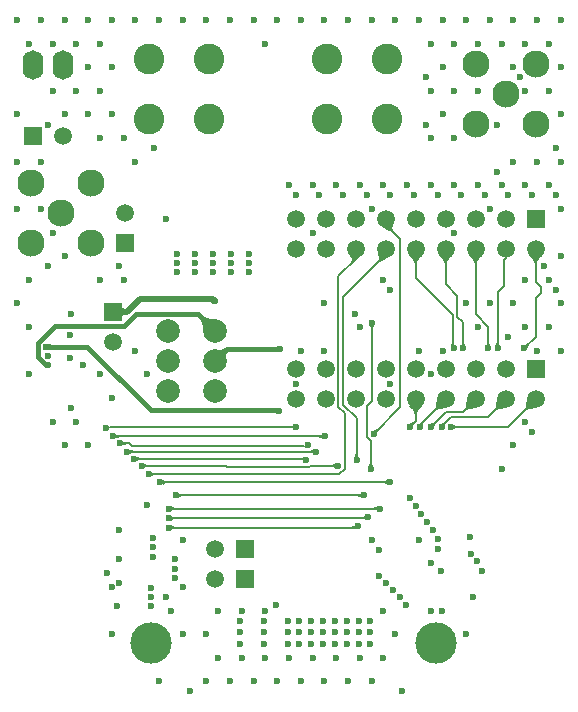
<source format=gbl>
G04*
G04 #@! TF.GenerationSoftware,Altium Limited,Altium Designer,25.0.2 (28)*
G04*
G04 Layer_Physical_Order=6*
G04 Layer_Color=16711680*
%FSLAX44Y44*%
%MOMM*%
G71*
G04*
G04 #@! TF.SameCoordinates,9294F1C2-9D63-464E-A418-A043A43F256C*
G04*
G04*
G04 #@! TF.FilePolarity,Positive*
G04*
G01*
G75*
%ADD10C,0.2000*%
%ADD22C,3.5000*%
%ADD23C,2.6000*%
%ADD24C,2.3000*%
%ADD25C,1.5200*%
%ADD26R,1.5200X1.5200*%
%ADD27C,2.0000*%
%ADD28R,1.5200X1.5200*%
%ADD29O,1.7500X2.5000*%
%ADD30C,0.6000*%
%ADD35C,0.5000*%
%ADD36C,0.4000*%
G36*
X351157Y395676D02*
X350836Y394860D01*
X350603Y394090D01*
X350457Y393365D01*
X350400Y392687D01*
X350431Y392054D01*
X350549Y391467D01*
X350756Y390926D01*
X351050Y390431D01*
X351432Y389982D01*
X349302Y389284D01*
X349131Y389417D01*
X348826Y389605D01*
X347821Y390146D01*
X341628Y393094D01*
X351566Y396538D01*
X351157Y395676D01*
D02*
G37*
G36*
X444757Y367180D02*
X447085Y367031D01*
X445916Y365601D01*
X444501Y367016D01*
X444537Y367050D01*
X444629Y367129D01*
X444656Y367147D01*
X444680Y367161D01*
X444703Y367172D01*
X444723Y367178D01*
X444741Y367181D01*
X444757Y367180D01*
D02*
G37*
G36*
X347793Y367614D02*
X339963Y363949D01*
X337906Y364720D01*
X338285Y365167D01*
X338580Y365662D01*
X338790Y366208D01*
X338916Y366804D01*
X338957Y367449D01*
X338914Y368144D01*
X338787Y368888D01*
X338575Y369682D01*
X338278Y370526D01*
X337897Y371419D01*
X347793Y367614D01*
D02*
G37*
G36*
X324049Y368587D02*
X317189Y363075D01*
X315133Y363847D01*
X315537Y364311D01*
X315833Y364785D01*
X316021Y365271D01*
X316101Y365766D01*
X316072Y366272D01*
X315935Y366789D01*
X315689Y367317D01*
X315335Y367855D01*
X314873Y368403D01*
X314303Y368963D01*
X324049Y368587D01*
D02*
G37*
G36*
X476975Y369034D02*
X476144Y368237D01*
X474744Y366736D01*
X474175Y366033D01*
X473694Y365362D01*
X473300Y364723D01*
X472994Y364115D01*
X472775Y363539D01*
X472644Y362995D01*
X472600Y362482D01*
X470600Y362535D01*
X470557Y363031D01*
X470430Y363567D01*
X470216Y364144D01*
X469918Y364761D01*
X469535Y365418D01*
X469066Y366117D01*
X467873Y367635D01*
X467149Y368454D01*
X466339Y369314D01*
X476975Y369034D01*
D02*
G37*
G36*
X426175D02*
X425344Y368237D01*
X423944Y366736D01*
X423375Y366033D01*
X422894Y365362D01*
X422500Y364723D01*
X422194Y364115D01*
X421975Y363539D01*
X421844Y362995D01*
X421800Y362482D01*
X419800Y362535D01*
X419757Y363031D01*
X419630Y363567D01*
X419417Y364144D01*
X419118Y364761D01*
X418735Y365418D01*
X418266Y366117D01*
X417073Y367635D01*
X416349Y368454D01*
X415539Y369314D01*
X426175Y369034D01*
D02*
G37*
G36*
X400775D02*
X399944Y368237D01*
X398544Y366736D01*
X397975Y366033D01*
X397494Y365362D01*
X397100Y364723D01*
X396794Y364115D01*
X396575Y363539D01*
X396444Y362995D01*
X396400Y362482D01*
X394400Y362535D01*
X394357Y363031D01*
X394230Y363567D01*
X394016Y364144D01*
X393718Y364761D01*
X393335Y365418D01*
X392866Y366117D01*
X391673Y367635D01*
X390949Y368454D01*
X390139Y369314D01*
X400775Y369034D01*
D02*
G37*
G36*
X375375D02*
X374544Y368237D01*
X373144Y366736D01*
X372575Y366033D01*
X372094Y365362D01*
X371700Y364723D01*
X371394Y364115D01*
X371175Y363539D01*
X371044Y362995D01*
X371000Y362482D01*
X369000Y362535D01*
X368957Y363031D01*
X368830Y363567D01*
X368616Y364144D01*
X368318Y364761D01*
X367935Y365418D01*
X367466Y366117D01*
X366273Y367635D01*
X365549Y368454D01*
X364739Y369314D01*
X375375Y369034D01*
D02*
G37*
G36*
X121455Y325609D02*
X121594Y325251D01*
X121826Y324936D01*
X122150Y324663D01*
X122567Y324432D01*
X123076Y324243D01*
X123679Y324096D01*
X124373Y323991D01*
X125161Y323927D01*
X126041Y323907D01*
Y318906D01*
X125161Y318885D01*
X124373Y318822D01*
X123679Y318717D01*
X123076Y318570D01*
X122567Y318381D01*
X122150Y318150D01*
X121826Y317877D01*
X121594Y317561D01*
X121455Y317204D01*
X121409Y316805D01*
Y326008D01*
X121455Y325609D01*
D02*
G37*
G36*
X334891Y309639D02*
X334704Y309413D01*
X334539Y309181D01*
X334396Y308942D01*
X334275Y308697D01*
X334176Y308445D01*
X334099Y308187D01*
X334044Y307922D01*
X334011Y307650D01*
X334000Y307372D01*
X332000D01*
X331989Y307650D01*
X331956Y307922D01*
X331901Y308187D01*
X331824Y308445D01*
X331725Y308697D01*
X331604Y308942D01*
X331461Y309181D01*
X331296Y309413D01*
X331109Y309639D01*
X330900Y309858D01*
X335100D01*
X334891Y309639D01*
D02*
G37*
G36*
X190818Y317481D02*
X191479Y317032D01*
X192228Y316637D01*
X193063Y316297D01*
X193985Y316011D01*
X194994Y315780D01*
X196091Y315603D01*
X197273Y315480D01*
X199900Y315399D01*
X190000Y305500D01*
X189987Y306857D01*
X189797Y309310D01*
X189620Y310406D01*
X189389Y311415D01*
X189103Y312337D01*
X188763Y313172D01*
X188368Y313921D01*
X187919Y314582D01*
X187415Y315157D01*
X190243Y317985D01*
X190818Y317481D01*
D02*
G37*
G36*
X440411Y294938D02*
X440444Y294667D01*
X440499Y294402D01*
X440576Y294143D01*
X440675Y293891D01*
X440796Y293646D01*
X440939Y293407D01*
X441104Y293175D01*
X441291Y292950D01*
X441500Y292731D01*
X437300D01*
X437509Y292950D01*
X437696Y293175D01*
X437861Y293407D01*
X438004Y293646D01*
X438125Y293891D01*
X438224Y294143D01*
X438301Y294402D01*
X438356Y294667D01*
X438389Y294938D01*
X438400Y295217D01*
X440400D01*
X440411Y294938D01*
D02*
G37*
G36*
X432411D02*
X432444Y294667D01*
X432499Y294402D01*
X432576Y294143D01*
X432675Y293891D01*
X432796Y293646D01*
X432939Y293407D01*
X433104Y293175D01*
X433291Y292950D01*
X433500Y292731D01*
X429300D01*
X429509Y292950D01*
X429696Y293175D01*
X429861Y293407D01*
X430004Y293646D01*
X430125Y293891D01*
X430224Y294143D01*
X430301Y294402D01*
X430356Y294667D01*
X430389Y294938D01*
X430400Y295217D01*
X432400D01*
X432411Y294938D01*
D02*
G37*
G36*
X411211D02*
X411244Y294667D01*
X411299Y294402D01*
X411376Y294143D01*
X411475Y293891D01*
X411596Y293646D01*
X411739Y293407D01*
X411904Y293175D01*
X412091Y292950D01*
X412300Y292731D01*
X408100D01*
X408309Y292950D01*
X408496Y293175D01*
X408661Y293407D01*
X408804Y293646D01*
X408925Y293891D01*
X409024Y294143D01*
X409101Y294402D01*
X409156Y294667D01*
X409189Y294938D01*
X409200Y295217D01*
X411200D01*
X411211Y294938D01*
D02*
G37*
G36*
X402447Y295092D02*
X402485Y294820D01*
X402547Y294564D01*
X402635Y294323D01*
X402747Y294097D01*
X402884Y293886D01*
X403047Y293691D01*
X403234Y293510D01*
X403447Y293345D01*
X403684Y293195D01*
X399623Y292124D01*
X399777Y292396D01*
X400037Y292938D01*
X400142Y293208D01*
X400232Y293477D01*
X400305Y293746D01*
X400362Y294014D01*
X400402Y294281D01*
X400426Y294548D01*
X400435Y294814D01*
X402435Y295379D01*
X402447Y295092D01*
D02*
G37*
G36*
X466133Y293154D02*
X465945Y292949D01*
X465776Y292734D01*
X465627Y292507D01*
X465499Y292270D01*
X465391Y292022D01*
X465303Y291763D01*
X465235Y291493D01*
X465188Y291213D01*
X465160Y290921D01*
X465153Y290618D01*
X462184Y293588D01*
X462486Y293595D01*
X462778Y293622D01*
X463059Y293670D01*
X463329Y293737D01*
X463588Y293825D01*
X463836Y293933D01*
X464073Y294062D01*
X464299Y294210D01*
X464515Y294379D01*
X464719Y294568D01*
X466133Y293154D01*
D02*
G37*
G36*
X59179Y294081D02*
X59250Y294064D01*
X59354Y294049D01*
X59665Y294025D01*
X60694Y294001D01*
X61036Y294000D01*
Y290000D01*
X59142Y289900D01*
Y294100D01*
X59179Y294081D01*
D02*
G37*
G36*
X211414Y288586D02*
X210910Y288041D01*
X210477Y287488D01*
X210116Y286927D01*
X209827Y286358D01*
X209611Y285781D01*
X209466Y285196D01*
X209393Y284602D01*
X209393Y284001D01*
X209464Y283391D01*
X209608Y282773D01*
X202773Y289608D01*
X203391Y289464D01*
X204001Y289393D01*
X204602Y289393D01*
X205196Y289466D01*
X205781Y289611D01*
X206358Y289827D01*
X206927Y290116D01*
X207488Y290477D01*
X208041Y290910D01*
X208586Y291414D01*
X211414Y288586D01*
D02*
G37*
G36*
X471524Y239700D02*
X470358Y239695D01*
X467378Y239464D01*
X466557Y239316D01*
X465824Y239132D01*
X465177Y238913D01*
X464616Y238658D01*
X464143Y238367D01*
X463755Y238041D01*
X462341Y239455D01*
X462667Y239843D01*
X462958Y240316D01*
X463213Y240877D01*
X463432Y241524D01*
X463616Y242257D01*
X463764Y243078D01*
X463876Y243984D01*
X463995Y246057D01*
X464000Y247224D01*
X471524Y239700D01*
D02*
G37*
G36*
X446124D02*
X444958Y239695D01*
X441978Y239464D01*
X441157Y239316D01*
X440424Y239132D01*
X439777Y238913D01*
X439216Y238658D01*
X438743Y238367D01*
X438355Y238041D01*
X436941Y239455D01*
X437267Y239843D01*
X437558Y240316D01*
X437813Y240877D01*
X438032Y241524D01*
X438216Y242257D01*
X438364Y243078D01*
X438476Y243984D01*
X438595Y246057D01*
X438600Y247224D01*
X446124Y239700D01*
D02*
G37*
G36*
X420724D02*
X419557Y239695D01*
X416578Y239464D01*
X415757Y239316D01*
X415024Y239132D01*
X414377Y238913D01*
X413816Y238658D01*
X413343Y238367D01*
X412955Y238041D01*
X411541Y239455D01*
X411867Y239843D01*
X412158Y240316D01*
X412413Y240877D01*
X412632Y241524D01*
X412816Y242257D01*
X412964Y243078D01*
X413077Y243984D01*
X413195Y246057D01*
X413200Y247224D01*
X420724Y239700D01*
D02*
G37*
G36*
X395324D02*
X394157Y239695D01*
X391178Y239464D01*
X390357Y239316D01*
X389624Y239132D01*
X388977Y238913D01*
X388416Y238658D01*
X387943Y238367D01*
X387555Y238041D01*
X386141Y239455D01*
X386467Y239843D01*
X386758Y240316D01*
X387013Y240877D01*
X387232Y241524D01*
X387416Y242257D01*
X387564Y243078D01*
X387677Y243984D01*
X387795Y246057D01*
X387800Y247224D01*
X395324Y239700D01*
D02*
G37*
G36*
X374499Y241044D02*
X372555Y238773D01*
X372080Y238089D01*
X371691Y237440D01*
X371389Y236828D01*
X371173Y236251D01*
X371043Y235711D01*
X371000Y235206D01*
X369000D01*
X368957Y235711D01*
X368827Y236251D01*
X368611Y236828D01*
X368309Y237440D01*
X367920Y238089D01*
X367445Y238773D01*
X366883Y239494D01*
X365501Y241044D01*
X364680Y241873D01*
X375320D01*
X374499Y241044D01*
D02*
G37*
G36*
X377137Y227623D02*
X376939Y227407D01*
X376775Y227189D01*
X376644Y226969D01*
X376547Y226747D01*
X376483Y226523D01*
X376453Y226297D01*
X376457Y226068D01*
X376494Y225838D01*
X376565Y225605D01*
X376669Y225370D01*
X372745Y226725D01*
X372995Y226848D01*
X373512Y227153D01*
X373780Y227334D01*
X374333Y227754D01*
X374911Y228252D01*
X375512Y228827D01*
X377137Y227623D01*
D02*
G37*
G36*
X395807Y226878D02*
X395616Y226670D01*
X395448Y226453D01*
X395305Y226226D01*
X395186Y225989D01*
X395091Y225744D01*
X395020Y225488D01*
X394973Y225224D01*
X394950Y224949D01*
X394952Y224666D01*
X394977Y224373D01*
X391687Y226984D01*
X391993Y227024D01*
X392288Y227082D01*
X392570Y227155D01*
X392841Y227244D01*
X393101Y227350D01*
X393348Y227471D01*
X393584Y227609D01*
X393808Y227763D01*
X394020Y227933D01*
X394220Y228119D01*
X395807Y226878D01*
D02*
G37*
G36*
X386980Y226566D02*
X386791Y226361D01*
X386622Y226146D01*
X386474Y225919D01*
X386345Y225682D01*
X386237Y225434D01*
X386149Y225175D01*
X386082Y224905D01*
X386034Y224624D01*
X386007Y224333D01*
X386000Y224030D01*
X383030Y227000D01*
X383333Y227007D01*
X383624Y227034D01*
X383905Y227082D01*
X384175Y227149D01*
X384434Y227237D01*
X384682Y227345D01*
X384919Y227474D01*
X385146Y227622D01*
X385361Y227791D01*
X385566Y227980D01*
X386980Y226566D01*
D02*
G37*
G36*
X368980D02*
X368791Y226361D01*
X368622Y226146D01*
X368474Y225919D01*
X368345Y225682D01*
X368237Y225434D01*
X368149Y225175D01*
X368082Y224905D01*
X368034Y224624D01*
X368007Y224333D01*
X368000Y224030D01*
X365030Y227000D01*
X365333Y227007D01*
X365624Y227034D01*
X365905Y227082D01*
X366175Y227149D01*
X366434Y227237D01*
X366682Y227345D01*
X366919Y227474D01*
X367146Y227622D01*
X367361Y227791D01*
X367566Y227980D01*
X368980Y226566D01*
D02*
G37*
G36*
X402361Y225891D02*
X402587Y225704D01*
X402819Y225539D01*
X403058Y225396D01*
X403303Y225275D01*
X403555Y225176D01*
X403813Y225099D01*
X404078Y225044D01*
X404350Y225011D01*
X404628Y225000D01*
Y223000D01*
X404350Y222989D01*
X404078Y222956D01*
X403813Y222901D01*
X403555Y222824D01*
X403303Y222725D01*
X403058Y222604D01*
X402819Y222461D01*
X402587Y222296D01*
X402361Y222109D01*
X402142Y221900D01*
Y226100D01*
X402361Y225891D01*
D02*
G37*
G36*
X338470Y220566D02*
X338282Y220361D01*
X338113Y220146D01*
X337964Y219919D01*
X337836Y219682D01*
X337728Y219434D01*
X337640Y219175D01*
X337572Y218905D01*
X337525Y218624D01*
X337497Y218333D01*
X337491Y218030D01*
X334521Y221000D01*
X334823Y221007D01*
X335115Y221034D01*
X335396Y221082D01*
X335666Y221149D01*
X335925Y221237D01*
X336173Y221345D01*
X336410Y221474D01*
X336636Y221622D01*
X336852Y221791D01*
X337056Y221980D01*
X338470Y220566D01*
D02*
G37*
G36*
X290858Y213900D02*
X290639Y214109D01*
X290413Y214296D01*
X290181Y214461D01*
X289942Y214604D01*
X289697Y214725D01*
X289445Y214824D01*
X289187Y214901D01*
X288922Y214956D01*
X288650Y214989D01*
X288372Y215000D01*
Y217000D01*
X288650Y217011D01*
X288922Y217044D01*
X289187Y217099D01*
X289445Y217176D01*
X289697Y217275D01*
X289942Y217396D01*
X290181Y217539D01*
X290413Y217704D01*
X290639Y217891D01*
X290858Y218100D01*
Y213900D01*
D02*
G37*
G36*
X116361Y217891D02*
X116587Y217704D01*
X116819Y217539D01*
X117058Y217396D01*
X117303Y217275D01*
X117555Y217176D01*
X117813Y217099D01*
X118078Y217044D01*
X118350Y217011D01*
X118628Y217000D01*
Y215000D01*
X118350Y214989D01*
X118078Y214956D01*
X117813Y214901D01*
X117555Y214824D01*
X117303Y214725D01*
X117058Y214604D01*
X116819Y214461D01*
X116587Y214296D01*
X116361Y214109D01*
X116142Y213900D01*
Y218100D01*
X116361Y217891D01*
D02*
G37*
G36*
X122361Y211891D02*
X122587Y211704D01*
X122819Y211539D01*
X123058Y211396D01*
X123303Y211275D01*
X123555Y211176D01*
X123813Y211099D01*
X124079Y211044D01*
X124350Y211011D01*
X124628Y211000D01*
Y209000D01*
X124350Y208989D01*
X124079Y208956D01*
X123813Y208901D01*
X123555Y208824D01*
X123303Y208725D01*
X123058Y208604D01*
X122819Y208461D01*
X122587Y208296D01*
X122361Y208109D01*
X122142Y207900D01*
Y212100D01*
X122361Y211891D01*
D02*
G37*
G36*
X283858Y200900D02*
X283639Y201109D01*
X283413Y201296D01*
X283181Y201461D01*
X282942Y201604D01*
X282697Y201725D01*
X282445Y201824D01*
X282187Y201901D01*
X281922Y201956D01*
X281650Y201989D01*
X281372Y202000D01*
Y204000D01*
X281650Y204011D01*
X281922Y204044D01*
X282187Y204099D01*
X282445Y204176D01*
X282697Y204275D01*
X282942Y204396D01*
X283181Y204539D01*
X283413Y204704D01*
X283639Y204891D01*
X283858Y205100D01*
Y200900D01*
D02*
G37*
G36*
X128361Y204891D02*
X128587Y204704D01*
X128819Y204539D01*
X129058Y204396D01*
X129303Y204275D01*
X129555Y204176D01*
X129813Y204099D01*
X130078Y204044D01*
X130350Y204011D01*
X130628Y204000D01*
Y202000D01*
X130350Y201989D01*
X130078Y201956D01*
X129813Y201901D01*
X129555Y201824D01*
X129303Y201725D01*
X129058Y201604D01*
X128819Y201461D01*
X128587Y201296D01*
X128361Y201109D01*
X128142Y200900D01*
Y205100D01*
X128361Y204891D01*
D02*
G37*
G36*
X321011Y200350D02*
X321044Y200079D01*
X321099Y199813D01*
X321176Y199555D01*
X321275Y199303D01*
X321396Y199058D01*
X321539Y198819D01*
X321704Y198587D01*
X321891Y198361D01*
X322100Y198142D01*
X317900D01*
X318109Y198361D01*
X318296Y198587D01*
X318461Y198819D01*
X318604Y199058D01*
X318725Y199303D01*
X318824Y199555D01*
X318901Y199813D01*
X318956Y200079D01*
X318989Y200350D01*
X319000Y200628D01*
X321000D01*
X321011Y200350D01*
D02*
G37*
G36*
X134361Y198891D02*
X134587Y198704D01*
X134819Y198539D01*
X135058Y198396D01*
X135303Y198275D01*
X135555Y198176D01*
X135813Y198099D01*
X136079Y198044D01*
X136350Y198011D01*
X136628Y198000D01*
X136628Y196000D01*
X136350Y195989D01*
X136079Y195956D01*
X135813Y195901D01*
X135555Y195824D01*
X135303Y195725D01*
X135058Y195604D01*
X134819Y195461D01*
X134587Y195296D01*
X134361Y195109D01*
X134142Y194900D01*
X134142Y199100D01*
X134361Y198891D01*
D02*
G37*
G36*
X333011Y193040D02*
X333044Y192769D01*
X333099Y192504D01*
X333176Y192245D01*
X333275Y191993D01*
X333396Y191748D01*
X333539Y191509D01*
X333704Y191277D01*
X333891Y191051D01*
X334100Y190833D01*
X329900D01*
X330109Y191051D01*
X330296Y191277D01*
X330461Y191509D01*
X330604Y191748D01*
X330725Y191993D01*
X330824Y192245D01*
X330901Y192504D01*
X330956Y192769D01*
X330989Y193040D01*
X331000Y193319D01*
X333000D01*
X333011Y193040D01*
D02*
G37*
G36*
X301780Y188900D02*
X301561Y189109D01*
X301336Y189296D01*
X301104Y189461D01*
X300865Y189604D01*
X300620Y189725D01*
X300368Y189824D01*
X300109Y189901D01*
X299844Y189956D01*
X299572Y189989D01*
X299294Y190000D01*
Y192000D01*
X299572Y192011D01*
X299844Y192044D01*
X300109Y192099D01*
X300368Y192176D01*
X300620Y192275D01*
X300865Y192396D01*
X301104Y192539D01*
X301336Y192704D01*
X301561Y192891D01*
X301780Y193100D01*
Y188900D01*
D02*
G37*
G36*
X140361Y192891D02*
X140587Y192704D01*
X140819Y192539D01*
X141058Y192396D01*
X141303Y192275D01*
X141555Y192176D01*
X141813Y192099D01*
X142079Y192044D01*
X142350Y192011D01*
X142628Y192000D01*
Y190000D01*
X142350Y189989D01*
X142079Y189956D01*
X141813Y189901D01*
X141555Y189824D01*
X141303Y189725D01*
X141058Y189604D01*
X140819Y189461D01*
X140587Y189296D01*
X140361Y189109D01*
X140142Y188900D01*
Y193100D01*
X140361Y192891D01*
D02*
G37*
G36*
X146361Y185891D02*
X146587Y185704D01*
X146819Y185539D01*
X147058Y185396D01*
X147303Y185275D01*
X147555Y185176D01*
X147813Y185099D01*
X148078Y185044D01*
X148350Y185011D01*
X148628Y185000D01*
Y183000D01*
X148350Y182989D01*
X148078Y182956D01*
X147813Y182901D01*
X147555Y182824D01*
X147303Y182725D01*
X147058Y182604D01*
X146819Y182461D01*
X146587Y182296D01*
X146361Y182109D01*
X146142Y181900D01*
Y186100D01*
X146361Y185891D01*
D02*
G37*
G36*
X345902Y175061D02*
X345673Y175263D01*
X345439Y175443D01*
X345199Y175603D01*
X344954Y175741D01*
X344704Y175858D01*
X344449Y175953D01*
X344188Y176028D01*
X343922Y176081D01*
X343651Y176113D01*
X343374Y176123D01*
X343287Y178123D01*
X343567Y178135D01*
X343839Y178169D01*
X344103Y178225D01*
X344359Y178305D01*
X344607Y178407D01*
X344847Y178531D01*
X345080Y178679D01*
X345304Y178849D01*
X345521Y179042D01*
X345729Y179257D01*
X345902Y175061D01*
D02*
G37*
G36*
X156283Y178984D02*
X156517Y178804D01*
X156757Y178644D01*
X157002Y178506D01*
X157252Y178389D01*
X157507Y178293D01*
X157768Y178219D01*
X158034Y178166D01*
X158305Y178134D01*
X158582Y178123D01*
X158669Y176123D01*
X158389Y176112D01*
X158117Y176078D01*
X157853Y176021D01*
X157597Y175942D01*
X157349Y175840D01*
X157109Y175715D01*
X156876Y175568D01*
X156652Y175398D01*
X156436Y175205D01*
X156227Y174990D01*
X156054Y179186D01*
X156283Y178984D01*
D02*
G37*
G36*
X169379Y167926D02*
X169602Y167738D01*
X169833Y167572D01*
X170070Y167428D01*
X170314Y167306D01*
X170565Y167206D01*
X170823Y167128D01*
X171088Y167073D01*
X171360Y167040D01*
X171638Y167029D01*
X171618Y165029D01*
X171340Y165018D01*
X171069Y164985D01*
X170803Y164930D01*
X170544Y164854D01*
X170292Y164756D01*
X170045Y164636D01*
X169805Y164494D01*
X169571Y164330D01*
X169344Y164144D01*
X169122Y163937D01*
X169162Y168137D01*
X169379Y167926D01*
D02*
G37*
G36*
X323838Y163921D02*
X323621Y164131D01*
X323398Y164319D01*
X323167Y164486D01*
X322930Y164630D01*
X322686Y164752D01*
X322435Y164851D01*
X322177Y164929D01*
X321912Y164984D01*
X321640Y165018D01*
X321362Y165029D01*
X321382Y167029D01*
X321660Y167040D01*
X321931Y167072D01*
X322197Y167127D01*
X322456Y167203D01*
X322708Y167302D01*
X322955Y167422D01*
X323195Y167564D01*
X323429Y167727D01*
X323657Y167913D01*
X323878Y168120D01*
X323838Y163921D01*
D02*
G37*
G36*
X337612Y152654D02*
X337393Y152863D01*
X337167Y153050D01*
X336935Y153215D01*
X336697Y153358D01*
X336451Y153479D01*
X336199Y153578D01*
X335941Y153655D01*
X335676Y153710D01*
X335404Y153743D01*
X335126Y153754D01*
Y155754D01*
X335404Y155765D01*
X335676Y155798D01*
X335941Y155853D01*
X336199Y155930D01*
X336451Y156029D01*
X336697Y156150D01*
X336935Y156293D01*
X337167Y156458D01*
X337393Y156645D01*
X337612Y156854D01*
Y152654D01*
D02*
G37*
G36*
X163361Y156645D02*
X163587Y156458D01*
X163819Y156293D01*
X164058Y156150D01*
X164303Y156029D01*
X164555Y155930D01*
X164813Y155853D01*
X165079Y155798D01*
X165350Y155765D01*
X165628Y155754D01*
Y153754D01*
X165350Y153743D01*
X165079Y153710D01*
X164813Y153655D01*
X164555Y153578D01*
X164303Y153479D01*
X164058Y153358D01*
X163819Y153215D01*
X163587Y153050D01*
X163361Y152863D01*
X163142Y152654D01*
Y156854D01*
X163361Y156645D01*
D02*
G37*
G36*
X328897Y145210D02*
X328615Y145314D01*
X328010Y145488D01*
X327688Y145559D01*
X327003Y145667D01*
X326640Y145705D01*
X325471Y145754D01*
X325210Y147754D01*
X325502Y147767D01*
X325772Y147805D01*
X326022Y147868D01*
X326250Y147957D01*
X326458Y148071D01*
X326644Y148210D01*
X326809Y148375D01*
X326954Y148565D01*
X327077Y148780D01*
X327179Y149021D01*
X328897Y145210D01*
D02*
G37*
G36*
X163361Y148645D02*
X163587Y148458D01*
X163819Y148293D01*
X164058Y148150D01*
X164303Y148029D01*
X164555Y147930D01*
X164813Y147853D01*
X165079Y147798D01*
X165350Y147765D01*
X165628Y147754D01*
Y145754D01*
X165350Y145743D01*
X165079Y145710D01*
X164813Y145655D01*
X164555Y145578D01*
X164303Y145479D01*
X164058Y145358D01*
X163819Y145215D01*
X163587Y145050D01*
X163361Y144863D01*
X163142Y144654D01*
Y148854D01*
X163361Y148645D01*
D02*
G37*
G36*
X319897Y137210D02*
X319615Y137314D01*
X319011Y137488D01*
X318688Y137558D01*
X318003Y137667D01*
X317640Y137705D01*
X316471Y137754D01*
X316210Y139754D01*
X316502Y139767D01*
X316772Y139805D01*
X317022Y139868D01*
X317250Y139957D01*
X317458Y140071D01*
X317644Y140210D01*
X317809Y140375D01*
X317954Y140565D01*
X318077Y140780D01*
X318179Y141021D01*
X319897Y137210D01*
D02*
G37*
G36*
X163361Y140645D02*
X163587Y140458D01*
X163819Y140293D01*
X164058Y140150D01*
X164303Y140029D01*
X164555Y139930D01*
X164813Y139853D01*
X165079Y139798D01*
X165350Y139765D01*
X165628Y139754D01*
Y137754D01*
X165350Y137743D01*
X165079Y137710D01*
X164813Y137655D01*
X164555Y137578D01*
X164303Y137479D01*
X164058Y137358D01*
X163819Y137215D01*
X163587Y137050D01*
X163361Y136863D01*
X163142Y136654D01*
Y140854D01*
X163361Y140645D01*
D02*
G37*
D10*
X127485Y210000D02*
X129485Y208000D01*
X120000Y210000D02*
X127485D01*
X118476Y136415D02*
X118814Y136754D01*
X118631Y112413D02*
X118814D01*
X334491Y218000D02*
X357000Y240509D01*
X346372Y393628D02*
X357000Y383000D01*
Y240509D02*
Y383000D01*
X471600Y346885D02*
X476000Y342485D01*
X471600Y333115D02*
X476000Y337515D01*
X471600Y346885D02*
Y367300D01*
X476000Y337515D02*
Y342485D01*
X439400Y337885D02*
X445209Y343694D01*
X439400Y290588D02*
Y337885D01*
X445209Y343694D02*
Y366309D01*
X446200Y367300D01*
X420800Y319200D02*
Y367300D01*
X431400Y290588D02*
Y308600D01*
X420800Y319200D02*
X431400Y308600D01*
X395400Y344600D02*
Y367300D01*
X405435Y317265D02*
Y334565D01*
X395400Y344600D02*
X405435Y334565D01*
X370000Y350000D02*
X401435Y318565D01*
Y291353D02*
Y318565D01*
X370000Y350000D02*
Y367300D01*
X405435Y317265D02*
X410200Y312500D01*
X308600Y242909D02*
Y334000D01*
X344600Y370000D01*
X304600Y241252D02*
Y351900D01*
X320000Y367300D01*
X327672Y146754D02*
X328918Y148000D01*
X161000Y146754D02*
X327672D01*
X328918Y148000D02*
X330000D01*
X333000Y246109D02*
Y312000D01*
X325971Y166029D02*
X326000Y166000D01*
X276958Y197000D02*
X276958Y197000D01*
X154123Y177123D02*
X347586D01*
X167057Y166000D02*
X167086Y166029D01*
X132000Y197000D02*
X132000Y197000D01*
X347586Y177123D02*
X347709Y177000D01*
X309923Y188515D02*
Y235930D01*
X328491Y215515D02*
X332000Y212005D01*
X328491Y215515D02*
Y241600D01*
X333000Y246109D01*
X319918Y140000D02*
X321000D01*
X161000Y138754D02*
X318672D01*
X319918Y140000D01*
X167086Y166029D02*
X325971D01*
X308600Y242909D02*
X320000Y231509D01*
Y196000D02*
Y231509D01*
X305408Y184000D02*
X309923Y188515D01*
X144000Y184000D02*
X305408D01*
X332000Y188690D02*
Y212005D01*
X154000Y177000D02*
X154123Y177123D01*
X210262Y190383D02*
X280060D01*
X138000Y191000D02*
X209646D01*
X280060Y190383D02*
X280677Y191000D01*
X303923D01*
X132000Y197000D02*
X276958D01*
X126000Y203000D02*
X286000D01*
X161000Y154754D02*
X339754D01*
X209646Y191000D02*
X210262Y190383D01*
X129485Y208000D02*
X275918D01*
X114000Y216000D02*
X293000D01*
X111172Y224000D02*
X268400D01*
X304600Y241252D02*
X309923Y235930D01*
X462154Y290588D02*
X471600Y300035D01*
Y333115D01*
X410200Y290588D02*
Y312500D01*
X401435Y291353D02*
X402200Y290588D01*
X392000Y224485D02*
X400215Y232700D01*
X448300Y224000D02*
X471600Y247300D01*
X400000Y224000D02*
X448300D01*
X392000Y224000D02*
Y224485D01*
X374000Y224000D02*
X374765Y224765D01*
X431600Y232700D02*
X446200Y247300D01*
X400215Y232700D02*
X431600D01*
X370000Y229000D02*
Y247300D01*
X365000Y224000D02*
X370000Y229000D01*
X374765Y224765D02*
Y226665D01*
X395400Y247300D01*
X410200Y236700D02*
X420800Y247300D01*
X395700Y236700D02*
X410200D01*
X383000Y224000D02*
X395700Y236700D01*
D22*
X146402Y41000D02*
D03*
X387000D02*
D03*
D23*
X195400Y484600D02*
D03*
Y535400D02*
D03*
X144600D02*
D03*
Y484600D02*
D03*
X345400D02*
D03*
Y535400D02*
D03*
X294600D02*
D03*
Y484600D02*
D03*
D24*
X44600Y430400D02*
D03*
X95400D02*
D03*
Y379600D02*
D03*
X44600D02*
D03*
X70000Y405000D02*
D03*
X446450Y505500D02*
D03*
X421050Y480100D02*
D03*
X471850D02*
D03*
Y530900D02*
D03*
X421050D02*
D03*
D25*
X71400Y470000D02*
D03*
X471600Y247300D02*
D03*
X446200Y272700D02*
D03*
X420800D02*
D03*
X395400D02*
D03*
X370000D02*
D03*
X344600D02*
D03*
X319200D02*
D03*
X293800D02*
D03*
X446200Y247300D02*
D03*
X420800D02*
D03*
X395400D02*
D03*
X370000D02*
D03*
X344600D02*
D03*
X319200D02*
D03*
X293800D02*
D03*
X268400Y272700D02*
D03*
Y247300D02*
D03*
X471800Y374600D02*
D03*
X446400Y400000D02*
D03*
X421000D02*
D03*
X395600D02*
D03*
X370200D02*
D03*
X344800D02*
D03*
X319400D02*
D03*
X294000D02*
D03*
X446400Y374600D02*
D03*
X421000D02*
D03*
X395600D02*
D03*
X370200D02*
D03*
X344800D02*
D03*
X319400D02*
D03*
X294000D02*
D03*
X268600Y400000D02*
D03*
Y374600D02*
D03*
X113870Y295500D02*
D03*
X200000Y120800D02*
D03*
Y95400D02*
D03*
X124000Y404700D02*
D03*
D26*
X46000Y470000D02*
D03*
X225400Y120800D02*
D03*
Y95400D02*
D03*
D27*
X200000Y280000D02*
D03*
Y305400D02*
D03*
Y254600D02*
D03*
X160000Y280000D02*
D03*
Y305400D02*
D03*
Y254600D02*
D03*
D28*
X471600Y272700D02*
D03*
X471800Y400000D02*
D03*
X113870Y320900D02*
D03*
X124000Y379300D02*
D03*
D29*
X71400Y530000D02*
D03*
X46000D02*
D03*
D30*
X77000Y302000D02*
D03*
Y282000D02*
D03*
X59029Y276000D02*
D03*
X58992Y284000D02*
D03*
X88000Y276000D02*
D03*
X57000Y292000D02*
D03*
X143000Y158000D02*
D03*
X118814Y136754D02*
D03*
Y112413D02*
D03*
X119094Y91754D02*
D03*
X117000Y72000D02*
D03*
X416000Y131000D02*
D03*
X391174Y101752D02*
D03*
X392000Y68500D02*
D03*
X492801Y568501D02*
D03*
Y528501D02*
D03*
Y488501D02*
D03*
Y448501D02*
D03*
Y408501D02*
D03*
Y368501D02*
D03*
Y328501D02*
D03*
Y288500D02*
D03*
X472801Y568501D02*
D03*
X482801Y548501D02*
D03*
Y508501D02*
D03*
X472801Y448501D02*
D03*
X482801Y428501D02*
D03*
Y348501D02*
D03*
Y308501D02*
D03*
X472801Y288500D02*
D03*
X452801Y568501D02*
D03*
X462801Y548501D02*
D03*
X452801Y528501D02*
D03*
X462801Y508501D02*
D03*
X452801Y448501D02*
D03*
X462801Y428501D02*
D03*
Y348501D02*
D03*
X452801Y328501D02*
D03*
X462801Y308501D02*
D03*
Y228500D02*
D03*
X452801Y208500D02*
D03*
X432801Y568501D02*
D03*
X442801Y548501D02*
D03*
Y428501D02*
D03*
X432801Y408501D02*
D03*
Y328501D02*
D03*
X442801Y188500D02*
D03*
X412801Y568501D02*
D03*
X422801Y548501D02*
D03*
Y508501D02*
D03*
Y428501D02*
D03*
X412801Y328501D02*
D03*
X422801Y308501D02*
D03*
X412801Y48500D02*
D03*
X392801Y568501D02*
D03*
X402801Y548501D02*
D03*
X392801Y528501D02*
D03*
X402801Y508501D02*
D03*
X392801Y488501D02*
D03*
X402801Y468501D02*
D03*
Y428501D02*
D03*
Y388501D02*
D03*
X392801Y288500D02*
D03*
X372801Y568501D02*
D03*
X382801Y548501D02*
D03*
Y508501D02*
D03*
Y468501D02*
D03*
Y428501D02*
D03*
X372801Y288500D02*
D03*
X382801Y268500D02*
D03*
X372801Y128500D02*
D03*
X382801Y108500D02*
D03*
Y68500D02*
D03*
X352801Y568501D02*
D03*
X362801Y428501D02*
D03*
X352801Y48500D02*
D03*
X332801Y568501D02*
D03*
X342801Y428501D02*
D03*
X332801Y408501D02*
D03*
X342801Y348501D02*
D03*
X332801Y128500D02*
D03*
X342801Y68500D02*
D03*
Y28500D02*
D03*
X332801Y8500D02*
D03*
X312801Y568501D02*
D03*
X322801Y428501D02*
D03*
Y308501D02*
D03*
Y28500D02*
D03*
X312801Y8500D02*
D03*
X292801Y568501D02*
D03*
X302801Y428501D02*
D03*
X292801Y328501D02*
D03*
Y288500D02*
D03*
X302801Y28500D02*
D03*
X292801Y8500D02*
D03*
X272801Y568501D02*
D03*
X282801Y428501D02*
D03*
Y388501D02*
D03*
X272801Y288500D02*
D03*
X282801Y28500D02*
D03*
X272801Y8500D02*
D03*
X252801Y568501D02*
D03*
X262801Y428501D02*
D03*
Y28500D02*
D03*
X252801Y8500D02*
D03*
X232801Y568501D02*
D03*
X242801Y548501D02*
D03*
Y68500D02*
D03*
Y28500D02*
D03*
X232801Y8500D02*
D03*
X212801Y568501D02*
D03*
X222801Y68500D02*
D03*
Y28500D02*
D03*
X212801Y8500D02*
D03*
X192801Y568501D02*
D03*
X202801Y68500D02*
D03*
X192801Y48500D02*
D03*
X202801Y28500D02*
D03*
X192801Y8500D02*
D03*
X172801Y568501D02*
D03*
Y128500D02*
D03*
Y88500D02*
D03*
Y48500D02*
D03*
X152801Y568501D02*
D03*
X162801Y68500D02*
D03*
X152801Y8500D02*
D03*
X132801Y568501D02*
D03*
Y448501D02*
D03*
Y288500D02*
D03*
X142801Y268500D02*
D03*
X112801Y568501D02*
D03*
Y528501D02*
D03*
Y488501D02*
D03*
X122801Y468501D02*
D03*
Y348501D02*
D03*
X112801Y248500D02*
D03*
Y88500D02*
D03*
Y48500D02*
D03*
X92801Y568501D02*
D03*
X102801Y548501D02*
D03*
X92801Y528501D02*
D03*
X102801Y508501D02*
D03*
X92801Y488501D02*
D03*
X102801Y468501D02*
D03*
Y348501D02*
D03*
Y268500D02*
D03*
X92801Y208500D02*
D03*
X72800Y568501D02*
D03*
X82801Y548501D02*
D03*
Y508501D02*
D03*
X72800Y488501D02*
D03*
Y368501D02*
D03*
X82801Y228500D02*
D03*
X72800Y208500D02*
D03*
X52800Y568501D02*
D03*
X62800Y548501D02*
D03*
Y508501D02*
D03*
X52800Y448501D02*
D03*
Y408501D02*
D03*
X62800Y388501D02*
D03*
Y228500D02*
D03*
X32801Y568501D02*
D03*
X42800Y548501D02*
D03*
X32801Y488501D02*
D03*
Y448501D02*
D03*
Y408501D02*
D03*
X42800Y348501D02*
D03*
X32801Y328501D02*
D03*
X42800Y308501D02*
D03*
Y268500D02*
D03*
X488626Y459974D02*
D03*
Y419974D02*
D03*
X478626Y359974D02*
D03*
X488626Y339974D02*
D03*
X458626Y519974D02*
D03*
X468626Y419974D02*
D03*
Y219974D02*
D03*
X438626Y479974D02*
D03*
Y439974D02*
D03*
X448626Y419974D02*
D03*
Y299974D02*
D03*
X428626Y419974D02*
D03*
X418626Y79974D02*
D03*
X408626Y419974D02*
D03*
X378626Y519974D02*
D03*
Y479974D02*
D03*
X388626Y419974D02*
D03*
X368626D02*
D03*
X358626Y-26D02*
D03*
X348626Y419974D02*
D03*
Y339974D02*
D03*
Y259974D02*
D03*
X338626Y119974D02*
D03*
X328626Y419974D02*
D03*
X318626Y319974D02*
D03*
X308626Y419974D02*
D03*
X288626D02*
D03*
X268626D02*
D03*
Y259974D02*
D03*
X178626Y-26D02*
D03*
X158626Y399974D02*
D03*
Y79974D02*
D03*
X148626Y459974D02*
D03*
X118626Y359974D02*
D03*
X108626Y99974D02*
D03*
X78626Y319974D02*
D03*
Y239974D02*
D03*
X58626Y479974D02*
D03*
Y359974D02*
D03*
X200000Y331000D02*
D03*
X254643Y237589D02*
D03*
X330000Y148000D02*
D03*
X333000Y312000D02*
D03*
X334491Y218000D02*
D03*
X332000Y188690D02*
D03*
X321000Y140000D02*
D03*
X326000Y166000D02*
D03*
X320000Y196000D02*
D03*
X255000Y290000D02*
D03*
X331701Y60000D02*
D03*
Y50000D02*
D03*
Y40000D02*
D03*
X321701Y60000D02*
D03*
Y50000D02*
D03*
Y40000D02*
D03*
X311701Y60000D02*
D03*
Y50000D02*
D03*
Y40000D02*
D03*
X301701Y60000D02*
D03*
Y50000D02*
D03*
Y40000D02*
D03*
X291701Y60000D02*
D03*
Y50000D02*
D03*
Y40000D02*
D03*
X281701Y60000D02*
D03*
Y50000D02*
D03*
Y40000D02*
D03*
X271701Y60000D02*
D03*
Y50000D02*
D03*
Y40000D02*
D03*
X261701Y60000D02*
D03*
Y50000D02*
D03*
Y40000D02*
D03*
X241701Y60000D02*
D03*
Y50000D02*
D03*
Y40000D02*
D03*
X221701Y60000D02*
D03*
Y50000D02*
D03*
Y40000D02*
D03*
X251701Y73299D02*
D03*
X347956Y177247D02*
D03*
X277575Y196383D02*
D03*
X229200Y370300D02*
D03*
Y362650D02*
D03*
Y355000D02*
D03*
X213900Y370300D02*
D03*
Y362650D02*
D03*
Y355000D02*
D03*
X198600Y370300D02*
D03*
Y362650D02*
D03*
Y355000D02*
D03*
X183300Y370300D02*
D03*
Y362650D02*
D03*
Y355000D02*
D03*
X168000Y370300D02*
D03*
Y362650D02*
D03*
Y355000D02*
D03*
X339754Y154754D02*
D03*
X286000Y203000D02*
D03*
X279000Y209000D02*
D03*
X293000Y216000D02*
D03*
X167000Y166057D02*
D03*
X154000Y177000D02*
D03*
X144000Y184000D02*
D03*
X303923Y191000D02*
D03*
X138000D02*
D03*
X132000Y197000D02*
D03*
X126000Y203000D02*
D03*
X120000Y210000D02*
D03*
X114000Y216000D02*
D03*
X166000Y96000D02*
D03*
Y104000D02*
D03*
Y112000D02*
D03*
X108000Y223000D02*
D03*
X268400Y224000D02*
D03*
X462154Y290588D02*
D03*
X439400D02*
D03*
X402200D02*
D03*
X410200D02*
D03*
X431400D02*
D03*
X339000Y98000D02*
D03*
X351000Y86000D02*
D03*
X345000Y92000D02*
D03*
X362000Y73000D02*
D03*
X357000Y80000D02*
D03*
X400000Y224000D02*
D03*
X392000Y224000D02*
D03*
X365000D02*
D03*
X374000D02*
D03*
X383000D02*
D03*
X422000Y110252D02*
D03*
X426000Y101752D02*
D03*
X417000Y116752D02*
D03*
X389000Y120252D02*
D03*
Y129000D02*
D03*
X365000Y163495D02*
D03*
X370000Y156748D02*
D03*
X375000Y150000D02*
D03*
X385000Y136752D02*
D03*
X380000Y143252D02*
D03*
X161000Y154754D02*
D03*
Y138754D02*
D03*
Y146754D02*
D03*
X148000Y114000D02*
D03*
Y122000D02*
D03*
Y130000D02*
D03*
X146000Y88000D02*
D03*
Y80000D02*
D03*
Y72000D02*
D03*
D35*
X198729Y332000D02*
X199729Y331000D01*
X200000D01*
X136634Y332000D02*
X198729D01*
X126041Y321407D02*
X136634Y332000D01*
X113870Y320900D02*
X114376Y321407D01*
X126041D01*
D36*
X50000Y283093D02*
Y294899D01*
Y283093D02*
X56093Y277000D01*
X57488D01*
X58488Y276000D01*
X59029D01*
X92000Y292000D02*
X146000Y238000D01*
X57000Y292000D02*
X92000D01*
X50000Y294899D02*
X64401Y309300D01*
X123127D01*
X133227Y319400D01*
X186000D01*
X200000Y305400D01*
X146000Y238000D02*
X252818D01*
X252846Y237971D02*
X254261D01*
X254643Y237589D01*
X252818Y238000D02*
X252846Y237971D01*
X210000Y290000D02*
X255000D01*
X200000Y280000D02*
X210000Y290000D01*
M02*

</source>
